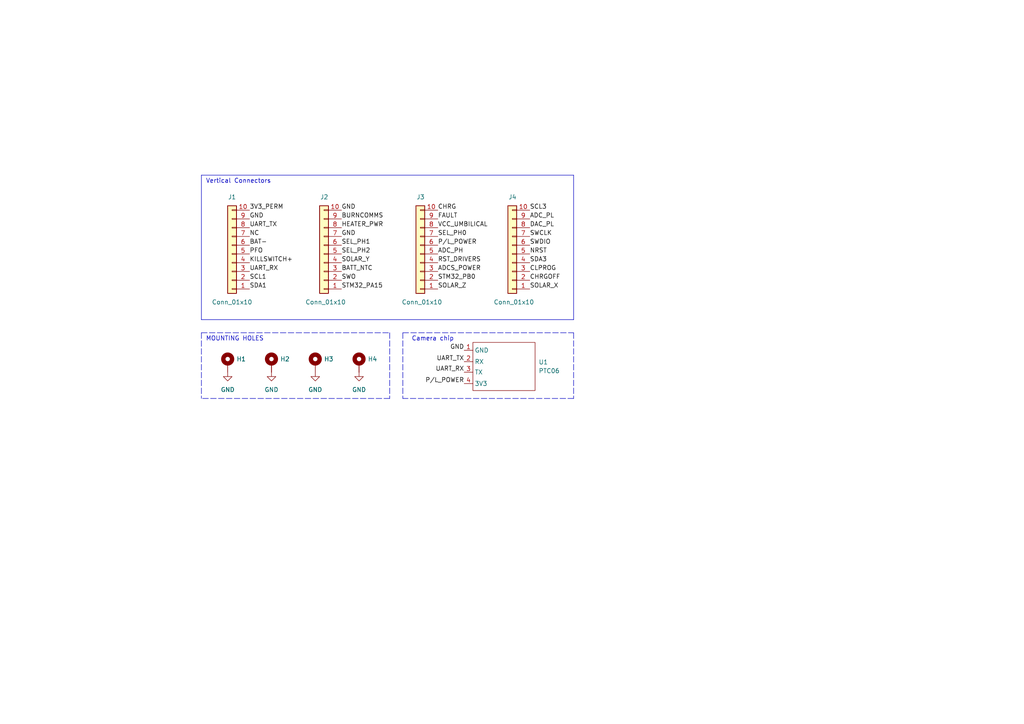
<source format=kicad_sch>
(kicad_sch (version 20230121) (generator eeschema)
  (paper "A4")
  (lib_symbols
    (symbol "-nsl_sensor:PTC06"
      (property "Reference" "U" (at 0 7.874 0))
      (property "Value" "PTC06" (at 0 -1.524 0))
      (symbol "PTC06_0_1"
        (rectangle (start -9.144 6.858) (end 8.89 -7.112))
      )
      (symbol "PTC06_1_1"
        (pin power_out line (at -11.684 4.572 0) (length 2.54) (name "GND") (number "1"))
        (pin input line (at -11.684 1.27 0) (length 2.54) (name "RX") (number "2"))
        (pin output line (at -11.684 -1.778 0) (length 2.54) (name "TX") (number "3"))
        (pin power_in line (at -11.684 -5.08 0) (length 2.54) (name "3V3") (number "4"))
      )
    )
    (symbol "Connector_Generic:Conn_01x10" (pin_names (offset 1.016) hide)
      (property "Reference" "J" (at 0 12.7 0))
      (property "Value" "Conn_01x10" (at 0 -15.24 0))
      (symbol "Conn_01x10_1_1"
        (rectangle (start -1.27 -12.573) (end 0 -12.827) (stroke (width 0.1524)))
        (rectangle (start -1.27 -10.033) (end 0 -10.287) (stroke (width 0.1524)))
        (rectangle (start -1.27 -7.493) (end 0 -7.747) (stroke (width 0.1524)))
        (rectangle (start -1.27 -4.953) (end 0 -5.207) (stroke (width 0.1524)))
        (rectangle (start -1.27 -2.413) (end 0 -2.667) (stroke (width 0.1524)))
        (rectangle (start -1.27 0.127) (end 0 -0.127) (stroke (width 0.1524)))
        (rectangle (start -1.27 2.667) (end 0 2.413) (stroke (width 0.1524)))
        (rectangle (start -1.27 5.207) (end 0 4.953) (stroke (width 0.1524)))
        (rectangle (start -1.27 7.747) (end 0 7.493) (stroke (width 0.1524)))
        (rectangle (start -1.27 10.287) (end 0 10.033) (stroke (width 0.1524)))
        (rectangle (start -1.27 11.43) (end 1.27 -13.97) (stroke (width 0.254)) (fill (type background)))
        (pin passive line (at -5.08 10.16 0) (length 3.81) (name "Pin_1") (number "1"))
        (pin passive line (at -5.08 -12.7 0) (length 3.81) (name "Pin_10") (number "10"))
        (pin passive line (at -5.08 7.62 0) (length 3.81) (name "Pin_2") (number "2"))
        (pin passive line (at -5.08 5.08 0) (length 3.81) (name "Pin_3") (number "3"))
        (pin passive line (at -5.08 2.54 0) (length 3.81) (name "Pin_4") (number "4"))
        (pin passive line (at -5.08 0 0) (length 3.81) (name "Pin_5") (number "5"))
        (pin passive line (at -5.08 -2.54 0) (length 3.81) (name "Pin_6") (number "6"))
        (pin passive line (at -5.08 -5.08 0) (length 3.81) (name "Pin_7") (number "7"))
        (pin passive line (at -5.08 -7.62 0) (length 3.81) (name "Pin_8") (number "8"))
        (pin passive line (at -5.08 -10.16 0) (length 3.81) (name "Pin_9") (number "9"))
      )
    )
    (symbol "Mechanical:MountingHole_Pad" (pin_numbers hide) (pin_names (offset 1.016) hide)
      (property "Reference" "H" (at 0 6.35 0))
      (property "Value" "MountingHole_Pad" (at 0 4.445 0))
      (symbol "MountingHole_Pad_0_1"
        (circle (center 0 1.27) (radius 1.27) (stroke (width 1.27)))
      )
      (symbol "MountingHole_Pad_1_1"
        (pin input line (at 0 -2.54 90) (length 2.54) (name "1") (number "1"))
      )
    )
    (symbol "power:GND" (power) (pin_names (offset 0))
      (property "Value" "GND" (at 0 -3.81 0))
      (symbol "GND_0_1"
        (polyline (pts (xy 0 0) (xy 0 -1.27) (xy 1.27 -1.27) (xy 0 -2.54) (xy -1.27 -1.27) (xy 0 -1.27)))
      )
      (symbol "GND_1_1"
        (pin power_in line (at 0 0 270) (length 0) hide (name "GND") (number "1"))
      )
    )
  )
  (polyline (pts (xy 58.42 96.52) (xy 113.03 96.52)) (stroke (width 0) (type dash)))
  (polyline (pts (xy 58.42 96.52) (xy 58.42 115.57)) (stroke (width 0) (type dash)))
  (polyline (pts (xy 58.42 50.8001) (xy 58.42 92.71)))
  (polyline (pts (xy 116.84 96.52) (xy 116.84 115.57)) (stroke (width 0) (type dash)))
  (polyline (pts (xy 58.42 50.8001) (xy 166.37 50.8001)))
  (polyline (pts (xy 166.37 96.52) (xy 166.37 115.57)) (stroke (width 0) (type dash)))
  (polyline (pts (xy 116.84 96.52) (xy 166.37 96.52)) (stroke (width 0) (type dash)))
  (polyline (pts (xy 166.37 115.57) (xy 116.84 115.57)) (stroke (width 0) (type dash)))
  (polyline (pts (xy 58.42 92.71) (xy 166.37 92.71)))
  (polyline (pts (xy 113.03 115.57) (xy 58.42 115.57)) (stroke (width 0) (type dash)))
  (polyline (pts (xy 113.03 96.52) (xy 113.03 115.57)) (stroke (width 0) (type dash)))
  (polyline (pts (xy 166.37 92.71) (xy 166.37 50.8001)))
  (text "MOUNTING HOLES" (at 59.69 99.06 0) (effects (font (size 1.27 1.27)) (justify left bottom)))
  (text "Camera chip\n" (at 119.38 99.06 0) (effects (font (size 1.27 1.27)) (justify left bottom)))
  (text "Vertical Connectors\n" (at 59.69 53.34 0) (effects (font (size 1.27 1.27)) (justify left bottom)))
  (label "BATT_NTC" (at 99.06 78.74 0))
  (label "SDA1" (at 72.39 83.82 0))
  (label "FAULT" (at 127 63.5 0))
  (label "DAC_PL" (at 153.67 66.04 0))
  (label "ADC_PH" (at 127 73.66 0))
  (label "PFO" (at 72.39 73.66 0))
  (label "ADC_PL" (at 153.67 63.5 0))
  (label "STM32_PA15" (at 99.06 83.82 0))
  (label "CHRGOFF" (at 153.67 81.28 0))
  (label "SEL_PH0" (at 127 68.58 0))
  (label "SDA3" (at 153.67 76.2 0))
  (label "SWO" (at 99.06 81.28 0))
  (label "SCL3" (at 153.67 60.96 0))
  (label "P{slash}L_POWER" (at 134.62 111.252 180))
  (label "STM32_PB0" (at 127 81.28 0))
  (label "NC" (at 72.39 68.58 0))
  (label "UART_TX" (at 72.39 66.04 0))
  (label "UART_RX" (at 72.39 78.74 0))
  (label "CHRG" (at 127 60.96 0))
  (label "SWDIO" (at 153.67 71.12 0))
  (label "BAT-" (at 72.39 71.12 0))
  (label "GND" (at 99.06 68.58 0))
  (label "ADCS_POWER" (at 127 78.74 0))
  (label "NRST" (at 153.67 73.66 0))
  (label "SOLAR_Z" (at 127 83.82 0))
  (label "RST_DRIVERS" (at 127 76.2 0))
  (label "SOLAR_X" (at 153.67 83.82 0))
  (label "KILLSWITCH+" (at 72.39 76.2 0))
  (label "SEL_PH2" (at 99.06 73.66 0))
  (label "GND" (at 72.39 63.5 0))
  (label "GND" (at 99.06 60.96 0))
  (label "CLPROG" (at 153.67 78.74 0))
  (label "3V3_PERM" (at 72.39 60.96 0))
  (label "BURNCOMMS" (at 99.06 63.5 0))
  (label "SOLAR_Y" (at 99.06 76.2 0))
  (label "SWCLK" (at 153.67 68.58 0))
  (label "UART_RX" (at 134.62 107.95 180))
  (label "P{slash}L_POWER" (at 127 71.12 0))
  (label "HEATER_PWR" (at 99.06 66.04 0))
  (label "SCL1" (at 72.39 81.28 0))
  (label "VCC_UMBILICAL" (at 127 66.04 0))
  (label "GND" (at 134.62 101.6 180))
  (label "SEL_PH1" (at 99.06 71.12 0))
  (label "UART_TX" (at 134.62 104.902 180))
  (symbol (lib_id "Mechanical:MountingHole_Pad") (at 66.04 105.41 0) (unit 1)
    (property "Reference" "H1" (at 68.58 104.1399 0) (effects (justify left)))
    (property "Value" "MountingHole_Pad" (effects hide))
    (property "Footprint" "MountingHole:MountingHole_3.2mm_M3_Pad" (effects hide))
  )
  (symbol (lib_id "power:GND") (at 78.74 107.95 0) (unit 1)
    (property "Reference" "#PWR0102" (effects hide))
    (property "Value" "GND" (at 78.74 113.03 0))
  )
  (symbol (lib_id "Connector_Generic:Conn_01x10") (at 67.31 73.66 180) (unit 1)
    (property "Reference" "J1" (at 67.31 57.15 0))
    (property "Value" "Conn_01x10" (at 67.31 87.63 0))
    (property "Footprint" "connector-nsl:BBL-110-Y-X" (effects hide))
  )
  (symbol (lib_id "power:GND") (at 91.44 107.95 0) (unit 1)
    (property "Reference" "#PWR0103" (effects hide))
    (property "Value" "GND" (at 91.44 113.03 0))
  )
  (symbol (lib_id "Mechanical:MountingHole_Pad") (at 78.74 105.41 0) (unit 1)
    (property "Reference" "H2" (at 81.28 104.1399 0) (effects (justify left)))
    (property "Value" "MountingHole_Pad" (effects hide))
    (property "Footprint" "MountingHole:MountingHole_3.2mm_M3_Pad" (effects hide))
  )
  (symbol (lib_id "Connector_Generic:Conn_01x10") (at 121.92 73.66 180) (unit 1)
    (property "Reference" "J3" (at 123.19 57.15 0) (effects (justify left)))
    (property "Value" "Conn_01x10" (at 128.27 87.63 0) (effects (justify left)))
    (property "Footprint" "connector-nsl:BBL-110-Y-X" (effects hide))
  )
  (symbol (lib_id "Connector_Generic:Conn_01x10") (at 148.59 73.66 180) (unit 1)
    (property "Reference" "J4" (at 149.86 57.15 0) (effects (justify left)))
    (property "Value" "Conn_01x10" (at 154.94 87.63 0) (effects (justify left)))
    (property "Footprint" "connector-nsl:BBL-110-Y-X" (effects hide))
  )
  (symbol (lib_id "Connector_Generic:Conn_01x10") (at 93.98 73.66 180) (unit 1)
    (property "Reference" "J2" (at 95.25 57.15 0) (effects (justify left)))
    (property "Value" "Conn_01x10" (at 100.33 87.63 0) (effects (justify left)))
    (property "Footprint" "connector-nsl:BBL-110-Y-X" (effects hide))
  )
  (symbol (lib_id "Mechanical:MountingHole_Pad") (at 104.14 105.41 0) (unit 1)
    (property "Reference" "H4" (at 106.68 104.1399 0) (effects (justify left)))
    (property "Value" "MountingHole_Pad" (effects hide))
    (property "Footprint" "MountingHole:MountingHole_3.2mm_M3_Pad" (effects hide))
  )
  (symbol (lib_id "power:GND") (at 104.14 107.95 0) (unit 1)
    (property "Reference" "#PWR0104" (effects hide))
    (property "Value" "GND" (at 104.14 113.03 0))
  )
  (symbol (lib_id "Mechanical:MountingHole_Pad") (at 91.44 105.41 0) (unit 1)
    (property "Reference" "H3" (at 93.98 104.1399 0) (effects (justify left)))
    (property "Value" "MountingHole_Pad" (effects hide))
    (property "Footprint" "MountingHole:MountingHole_3.2mm_M3_Pad" (effects hide))
  )
  (symbol (lib_id "power:GND") (at 66.04 107.95 0) (unit 1)
    (property "Reference" "#PWR0101" (effects hide))
    (property "Value" "GND" (at 66.04 113.03 0))
  )
  (symbol (lib_id "-nsl_sensor:PTC06") (at 146.304 106.172 0) (unit 1)
    (property "Reference" "U1" (at 156.21 105.0289 0) (effects (justify left)))
    (property "Value" "PTC06" (at 156.21 107.5689 0) (effects (justify left)))
    (property "Footprint" "sensor-nsl:PTC06" (effects hide))
  )
)
</source>
